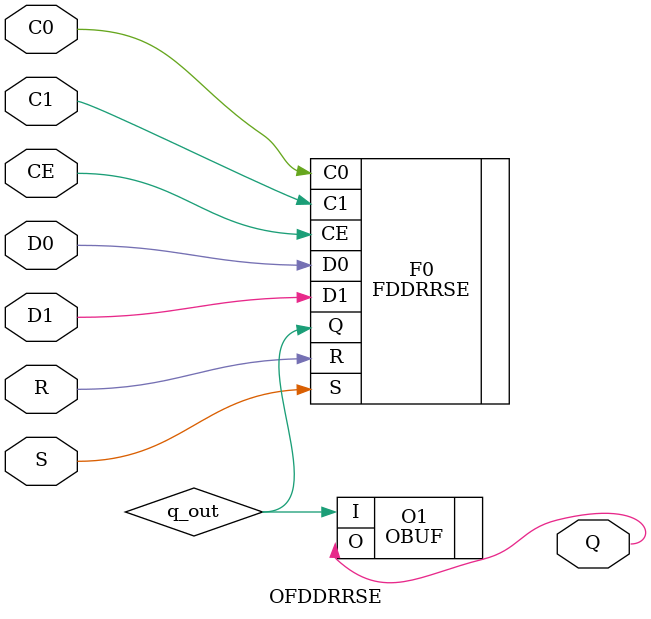
<source format=v>

/*

FUNCTION	: Dual Data Rate output D-FLIP-FLOP with sync reset, sync set and clock enable

*/

`timescale  1 ps / 1 ps

module OFDDRRSE (Q, C0, C1, CE, D0, D1, R, S);

    output Q;

    input  C0, C1, CE, D0, D1, R, S;

    wire   q_out;

    FDDRRSE F0 (.C0(C0),
	.C1(C1),
	.CE(CE),
	.R(R),
	.D0(D0),
	.D1(D1),
	.S(S),
	.Q(q_out));
    defparam F0.INIT = 1'b0;

    OBUF O1 (.I(q_out),
	.O(Q));

endmodule

</source>
